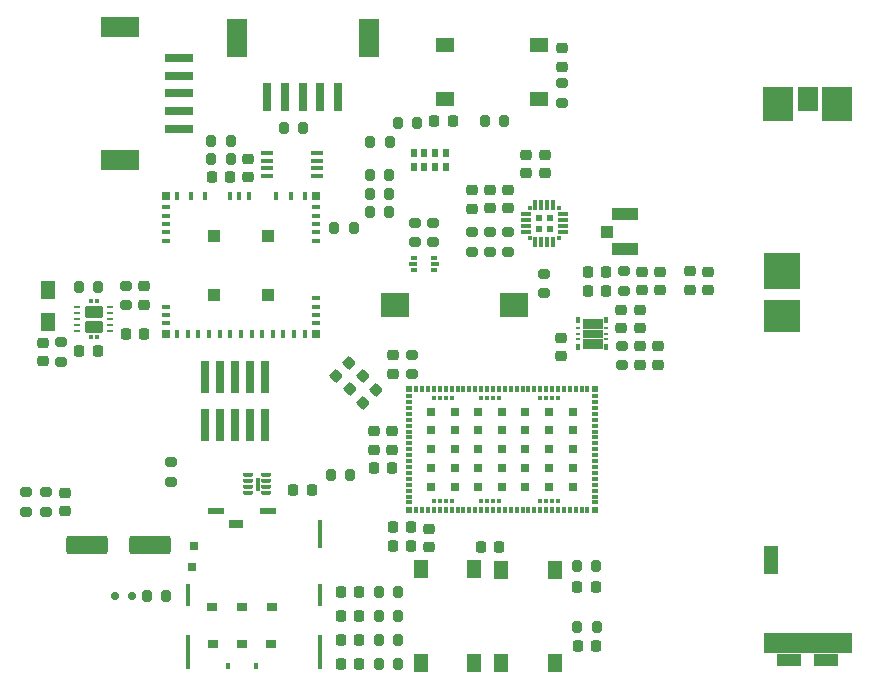
<source format=gtp>
G04 #@! TF.GenerationSoftware,KiCad,Pcbnew,7.0.9*
G04 #@! TF.CreationDate,2024-04-19T14:00:08+02:00*
G04 #@! TF.ProjectId,FishIoT,46697368-496f-4542-9e6b-696361645f70,rev?*
G04 #@! TF.SameCoordinates,Original*
G04 #@! TF.FileFunction,Paste,Top*
G04 #@! TF.FilePolarity,Positive*
%FSLAX46Y46*%
G04 Gerber Fmt 4.6, Leading zero omitted, Abs format (unit mm)*
G04 Created by KiCad (PCBNEW 7.0.9) date 2024-04-19 14:00:08*
%MOMM*%
%LPD*%
G01*
G04 APERTURE LIST*
G04 Aperture macros list*
%AMRoundRect*
0 Rectangle with rounded corners*
0 $1 Rounding radius*
0 $2 $3 $4 $5 $6 $7 $8 $9 X,Y pos of 4 corners*
0 Add a 4 corners polygon primitive as box body*
4,1,4,$2,$3,$4,$5,$6,$7,$8,$9,$2,$3,0*
0 Add four circle primitives for the rounded corners*
1,1,$1+$1,$2,$3*
1,1,$1+$1,$4,$5*
1,1,$1+$1,$6,$7*
1,1,$1+$1,$8,$9*
0 Add four rect primitives between the rounded corners*
20,1,$1+$1,$2,$3,$4,$5,0*
20,1,$1+$1,$4,$5,$6,$7,0*
20,1,$1+$1,$6,$7,$8,$9,0*
20,1,$1+$1,$8,$9,$2,$3,0*%
G04 Aperture macros list end*
%ADD10C,0.010000*%
%ADD11RoundRect,0.250000X-1.500000X-0.550000X1.500000X-0.550000X1.500000X0.550000X-1.500000X0.550000X0*%
%ADD12R,2.400000X2.000000*%
%ADD13RoundRect,0.218750X-0.218750X-0.256250X0.218750X-0.256250X0.218750X0.256250X-0.218750X0.256250X0*%
%ADD14RoundRect,0.225000X-0.250000X0.225000X-0.250000X-0.225000X0.250000X-0.225000X0.250000X0.225000X0*%
%ADD15RoundRect,0.225000X0.225000X0.250000X-0.225000X0.250000X-0.225000X-0.250000X0.225000X-0.250000X0*%
%ADD16RoundRect,0.200000X0.275000X-0.200000X0.275000X0.200000X-0.275000X0.200000X-0.275000X-0.200000X0*%
%ADD17RoundRect,0.200000X-0.275000X0.200000X-0.275000X-0.200000X0.275000X-0.200000X0.275000X0.200000X0*%
%ADD18RoundRect,0.200000X-0.200000X-0.275000X0.200000X-0.275000X0.200000X0.275000X-0.200000X0.275000X0*%
%ADD19RoundRect,0.008100X-0.376900X-0.126900X0.376900X-0.126900X0.376900X0.126900X-0.376900X0.126900X0*%
%ADD20RoundRect,0.218750X0.256250X-0.218750X0.256250X0.218750X-0.256250X0.218750X-0.256250X-0.218750X0*%
%ADD21RoundRect,0.200000X0.200000X0.275000X-0.200000X0.275000X-0.200000X-0.275000X0.200000X-0.275000X0*%
%ADD22R,3.150000X3.100000*%
%ADD23R,3.150000X2.730000*%
%ADD24R,7.500000X1.800000*%
%ADD25R,2.000000X1.100000*%
%ADD26R,1.200000X2.400000*%
%ADD27R,2.500000X2.900000*%
%ADD28R,1.700000X2.100000*%
%ADD29RoundRect,0.225000X0.250000X-0.225000X0.250000X0.225000X-0.250000X0.225000X-0.250000X-0.225000X0*%
%ADD30R,0.900000X0.700000*%
%ADD31R,0.700000X0.700000*%
%ADD32R,1.200000X0.650000*%
%ADD33R,0.450000X2.900000*%
%ADD34R,0.450000X1.900000*%
%ADD35R,0.750000X0.700000*%
%ADD36R,1.400000X0.500000*%
%ADD37R,0.450000X2.400000*%
%ADD38R,0.300000X0.600000*%
%ADD39R,0.400000X0.800000*%
%ADD40R,0.800000X0.400000*%
%ADD41R,0.800000X0.800000*%
%ADD42R,1.000000X1.000000*%
%ADD43R,2.400000X0.800000*%
%ADD44R,3.300000X1.800000*%
%ADD45RoundRect,0.225000X0.017678X-0.335876X0.335876X-0.017678X-0.017678X0.335876X-0.335876X0.017678X0*%
%ADD46RoundRect,0.218750X-0.256250X0.218750X-0.256250X-0.218750X0.256250X-0.218750X0.256250X0.218750X0*%
%ADD47RoundRect,0.150000X0.150000X0.200000X-0.150000X0.200000X-0.150000X-0.200000X0.150000X-0.200000X0*%
%ADD48R,0.500000X0.800000*%
%ADD49R,1.200000X1.500000*%
%ADD50R,1.300000X1.550000*%
%ADD51R,1.100000X0.400000*%
%ADD52RoundRect,0.025000X-0.100000X-0.145000X0.100000X-0.145000X0.100000X0.145000X-0.100000X0.145000X0*%
%ADD53RoundRect,0.106000X-0.644000X-0.424000X0.644000X-0.424000X0.644000X0.424000X-0.644000X0.424000X0*%
%ADD54R,0.600000X0.240000*%
%ADD55R,1.550000X1.300000*%
%ADD56RoundRect,0.225000X-0.225000X-0.250000X0.225000X-0.250000X0.225000X0.250000X-0.225000X0.250000X0*%
%ADD57R,0.800000X2.400000*%
%ADD58R,1.800000X3.300000*%
%ADD59R,0.500000X0.375000*%
%ADD60R,0.650000X0.300000*%
%ADD61R,0.740000X2.795000*%
%ADD62R,1.050000X1.000000*%
%ADD63R,2.200000X1.050000*%
%ADD64R,0.540000X0.540000*%
%ADD65R,0.540000X0.300000*%
%ADD66R,0.300000X0.540000*%
%ADD67R,0.300000X0.300000*%
%ADD68R,0.300000X0.900000*%
%ADD69R,0.900000X0.300000*%
%ADD70R,0.425000X0.515000*%
%ADD71R,0.425000X0.275000*%
G04 APERTURE END LIST*
D10*
X187782200Y-96765000D02*
X187522200Y-96765000D01*
X187522200Y-95685000D01*
X187782200Y-95685000D01*
X187782200Y-96765000D01*
G36*
X187782200Y-96765000D02*
G01*
X187522200Y-96765000D01*
X187522200Y-95685000D01*
X187782200Y-95685000D01*
X187782200Y-96765000D01*
G37*
X216822600Y-84741800D02*
X215272600Y-84741800D01*
X215272600Y-83996800D01*
X216822600Y-83996800D01*
X216822600Y-84741800D01*
G36*
X216822600Y-84741800D02*
G01*
X215272600Y-84741800D01*
X215272600Y-83996800D01*
X216822600Y-83996800D01*
X216822600Y-84741800D01*
G37*
X216822600Y-83826800D02*
X215272600Y-83826800D01*
X215272600Y-83156800D01*
X216822600Y-83156800D01*
X216822600Y-83826800D01*
G36*
X216822600Y-83826800D02*
G01*
X215272600Y-83826800D01*
X215272600Y-83156800D01*
X216822600Y-83156800D01*
X216822600Y-83826800D01*
G37*
X216822600Y-82986800D02*
X215272600Y-82986800D01*
X215272600Y-82241800D01*
X216822600Y-82241800D01*
X216822600Y-82986800D01*
G36*
X216822600Y-82986800D02*
G01*
X215272600Y-82986800D01*
X215272600Y-82241800D01*
X216822600Y-82241800D01*
X216822600Y-82986800D01*
G37*
D11*
X173220400Y-101371400D03*
X178620400Y-101371400D03*
D12*
X209430200Y-81054200D03*
X199330200Y-81054200D03*
D13*
X194727551Y-111506000D03*
X196302551Y-111506000D03*
D14*
X169519600Y-84264200D03*
X169519600Y-85814200D03*
D15*
X216372200Y-109950000D03*
X214822200Y-109950000D03*
D16*
X218541600Y-86169000D03*
X218541600Y-84519000D03*
D17*
X180397200Y-94375000D03*
X180397200Y-96025000D03*
D14*
X207370200Y-71354200D03*
X207370200Y-72904200D03*
D15*
X200672200Y-99900000D03*
X199122200Y-99900000D03*
D18*
X197195200Y-71654200D03*
X198845200Y-71654200D03*
D19*
X186872200Y-95475000D03*
X186872200Y-95975000D03*
X186872200Y-96475000D03*
X186872200Y-96975000D03*
X188432200Y-96975000D03*
X188432200Y-96475000D03*
X188432200Y-95975000D03*
X188432200Y-95475000D03*
D20*
X221742000Y-79832300D03*
X221742000Y-78257300D03*
D16*
X213470200Y-63964200D03*
X213470200Y-62314200D03*
D18*
X197965051Y-107442000D03*
X199615051Y-107442000D03*
D14*
X202197200Y-100025000D03*
X202197200Y-101575000D03*
D16*
X202540921Y-75779200D03*
X202540921Y-74129200D03*
D21*
X208597000Y-65532000D03*
X206947000Y-65532000D03*
D13*
X194727551Y-107442000D03*
X196302551Y-107442000D03*
X194727551Y-109474000D03*
X196302551Y-109474000D03*
D14*
X171373800Y-96989600D03*
X171373800Y-98539600D03*
D13*
X194727551Y-105394340D03*
X196302551Y-105394340D03*
D18*
X197195200Y-73204200D03*
X198845200Y-73204200D03*
X172542600Y-79528000D03*
X174192600Y-79528000D03*
X194170800Y-74523600D03*
X195820800Y-74523600D03*
D22*
X232105200Y-78232000D03*
D23*
X232105200Y-82047000D03*
D24*
X234280200Y-109682000D03*
D25*
X235830200Y-111132000D03*
X232730200Y-111132000D03*
D26*
X231130200Y-102632000D03*
D27*
X236780200Y-64032000D03*
D28*
X234280200Y-63632000D03*
D27*
X231780200Y-64032000D03*
D29*
X199097200Y-93325000D03*
X199097200Y-91775000D03*
D30*
X188823600Y-109790000D03*
X186383600Y-109790000D03*
X183943600Y-109790000D03*
X188923600Y-106620000D03*
X186383600Y-106620000D03*
X183843600Y-106620000D03*
D31*
X182113600Y-103290000D03*
D32*
X185833600Y-99615000D03*
D33*
X181788600Y-110490000D03*
D34*
X181788600Y-105640000D03*
D35*
X182288600Y-101490000D03*
D36*
X184183600Y-98540000D03*
X188583600Y-98540000D03*
D37*
X192938600Y-100490000D03*
D34*
X192938600Y-105640000D03*
D33*
X192938600Y-110490000D03*
D38*
X187603600Y-111640000D03*
X185163600Y-111640000D03*
D15*
X178105400Y-83496200D03*
X176555400Y-83496200D03*
D21*
X216422200Y-108350000D03*
X214772200Y-108350000D03*
D39*
X180883600Y-83566000D03*
X181783600Y-83566000D03*
X182683600Y-83566000D03*
X183583600Y-83566000D03*
X184483600Y-83566000D03*
X185383600Y-83566000D03*
X186283600Y-83566000D03*
X187183600Y-83566000D03*
X188083600Y-83566000D03*
X188983600Y-83566000D03*
X189883600Y-83566000D03*
X190783610Y-83566000D03*
X191683610Y-83566000D03*
D40*
X192633600Y-82616000D03*
X192633600Y-81916000D03*
X192633600Y-81216000D03*
X192633600Y-80516000D03*
X192633600Y-75616000D03*
X192633600Y-74916000D03*
X192633600Y-74216000D03*
X192633600Y-73516000D03*
X192633600Y-72816000D03*
D39*
X191683600Y-71866000D03*
X190483600Y-71866000D03*
X189283600Y-71866000D03*
X186933490Y-71866000D03*
X186133320Y-71866000D03*
X185333490Y-71866000D03*
X183283600Y-71866000D03*
X182083600Y-71866000D03*
X180883600Y-71866000D03*
D40*
X179933590Y-72816000D03*
X179933590Y-73516000D03*
X179933590Y-74216000D03*
X179933590Y-74916000D03*
X179933590Y-75616000D03*
X179933710Y-81216090D03*
X179933710Y-81916090D03*
X179933710Y-82616080D03*
D41*
X179933590Y-83566000D03*
X192633600Y-83566000D03*
X192633600Y-71866000D03*
X179933590Y-71866000D03*
D42*
X183983600Y-75216000D03*
X183983600Y-80216000D03*
X188583600Y-75216000D03*
X188583600Y-80216000D03*
D15*
X200672200Y-101500000D03*
X199122200Y-101500000D03*
D20*
X213360000Y-85420300D03*
X213360000Y-83845300D03*
D14*
X220065600Y-81483200D03*
X220065600Y-83033200D03*
D43*
X181079712Y-66165156D03*
X181079712Y-64665156D03*
X181079712Y-63165156D03*
X181079712Y-61665156D03*
X181079712Y-60165156D03*
D44*
X176029712Y-68765156D03*
X176029712Y-57565156D03*
D15*
X217183000Y-78282800D03*
X215633000Y-78282800D03*
D14*
X212070200Y-68379200D03*
X212070200Y-69929200D03*
D18*
X197965051Y-111506000D03*
X199615051Y-111506000D03*
D45*
X196649192Y-89348008D03*
X197745208Y-88251992D03*
D46*
X205820200Y-71341700D03*
X205820200Y-72916700D03*
D47*
X175626800Y-105740200D03*
X177026800Y-105740200D03*
D48*
X203620200Y-68204200D03*
X202720200Y-68204200D03*
X201820200Y-68204200D03*
X200920200Y-68204200D03*
X200920200Y-69404200D03*
X201820200Y-69404200D03*
X202720200Y-69404200D03*
X203620200Y-69404200D03*
D29*
X186866456Y-70266600D03*
X186866456Y-68716600D03*
D18*
X199545200Y-65654200D03*
X201195200Y-65654200D03*
D49*
X169976800Y-79798000D03*
X169976800Y-82498000D03*
D20*
X225806000Y-79822410D03*
X225806000Y-78247410D03*
D29*
X221589600Y-86119000D03*
X221589600Y-84569000D03*
D50*
X201547200Y-111400000D03*
X201547200Y-103450000D03*
X206047200Y-111400000D03*
X206047200Y-103450000D03*
D46*
X199197200Y-85337500D03*
X199197200Y-86912500D03*
D14*
X208920200Y-71354200D03*
X208920200Y-72904200D03*
D18*
X193872200Y-95500000D03*
X195522200Y-95500000D03*
D51*
X192751600Y-70146600D03*
X192751600Y-69496600D03*
X192751600Y-68846600D03*
X192751600Y-68196600D03*
X188451600Y-68196600D03*
X188451600Y-68846600D03*
X188451600Y-69496600D03*
X188451600Y-70146600D03*
D50*
X212847200Y-103475000D03*
X212847200Y-111425000D03*
X208347200Y-103475000D03*
X208347200Y-111425000D03*
D16*
X218694000Y-79869800D03*
X218694000Y-78219800D03*
X201000200Y-75779200D03*
X201000200Y-74129200D03*
D52*
X173587600Y-80746200D03*
X173587600Y-83806200D03*
D53*
X173837600Y-81646200D03*
X173837600Y-82906200D03*
D52*
X174087600Y-80746200D03*
X174087600Y-83806200D03*
D54*
X172437600Y-81276200D03*
X172437600Y-81776200D03*
X172437600Y-82276200D03*
X172437600Y-82776200D03*
X172437600Y-83276200D03*
X175237600Y-83276200D03*
X175237600Y-82776200D03*
X175237600Y-82276200D03*
X175237600Y-81776200D03*
X175237600Y-81276200D03*
D55*
X211545200Y-63604200D03*
X203595200Y-63604200D03*
X211545200Y-59104200D03*
X203595200Y-59104200D03*
D56*
X183833012Y-70241600D03*
X185383012Y-70241600D03*
D13*
X215632700Y-79857600D03*
X217207700Y-79857600D03*
D18*
X197195200Y-70099200D03*
X198845200Y-70099200D03*
D29*
X178104800Y-81052000D03*
X178104800Y-79502000D03*
D18*
X189927800Y-66071600D03*
X191577800Y-66071600D03*
D57*
X188513200Y-63500000D03*
X190013200Y-63500000D03*
X191513200Y-63500000D03*
X193013200Y-63500000D03*
X194513200Y-63500000D03*
D58*
X185913200Y-58450000D03*
X197113200Y-58450000D03*
D59*
X200920200Y-77079200D03*
D60*
X200845200Y-77616700D03*
D59*
X200920200Y-78154200D03*
X202620200Y-78154200D03*
D60*
X202695200Y-77616700D03*
D59*
X202620200Y-77079200D03*
D17*
X176580800Y-79453000D03*
X176580800Y-81103000D03*
D16*
X200747200Y-86950000D03*
X200747200Y-85300000D03*
D45*
X195501184Y-88196016D03*
X196597200Y-87100000D03*
D21*
X185433012Y-67176745D03*
X183783012Y-67176745D03*
D15*
X208122200Y-101550000D03*
X206572200Y-101550000D03*
D18*
X178315400Y-105740200D03*
X179965400Y-105740200D03*
D17*
X171043600Y-84214200D03*
X171043600Y-85864200D03*
D14*
X220065600Y-84569000D03*
X220065600Y-86119000D03*
D21*
X216372200Y-103200000D03*
X214722200Y-103200000D03*
D46*
X213470200Y-59316700D03*
X213470200Y-60891700D03*
D45*
X194349192Y-87048008D03*
X195445208Y-85951992D03*
D18*
X197965051Y-105394340D03*
X199615051Y-105394340D03*
D16*
X207370200Y-76579200D03*
X207370200Y-74929200D03*
D15*
X192272200Y-96700000D03*
X190722200Y-96700000D03*
D16*
X205820200Y-76579200D03*
X205820200Y-74929200D03*
X208920200Y-76579200D03*
X208920200Y-74929200D03*
D18*
X197965051Y-109474000D03*
X199615051Y-109474000D03*
D29*
X218490800Y-83033200D03*
X218490800Y-81483200D03*
D61*
X188315600Y-87171800D03*
X188315600Y-91236800D03*
X187045600Y-87171800D03*
X187045600Y-91236800D03*
X185775600Y-87171800D03*
X185775600Y-91236800D03*
X184505600Y-87171800D03*
X184505600Y-91236800D03*
X183235600Y-87171800D03*
X183235600Y-91236800D03*
D56*
X202666000Y-65532000D03*
X204216000Y-65532000D03*
D21*
X198895200Y-67259200D03*
X197245200Y-67259200D03*
D17*
X168122600Y-96939600D03*
X168122600Y-98589600D03*
D62*
X217255578Y-74877400D03*
D63*
X218780578Y-73402400D03*
X218780578Y-76352400D03*
D20*
X224282000Y-79807000D03*
X224282000Y-78232000D03*
D64*
X200506000Y-88174000D03*
D65*
X200506000Y-88794000D03*
X200506000Y-89294000D03*
X200506000Y-89794000D03*
X200506000Y-90294000D03*
X200506000Y-90794000D03*
X200506000Y-91294000D03*
X200506000Y-91794000D03*
X200506000Y-92294000D03*
X200506000Y-92794000D03*
X200506000Y-93294000D03*
X200506000Y-93794000D03*
X200506000Y-94294000D03*
X200506000Y-94794000D03*
X200506000Y-95294000D03*
X200506000Y-95794000D03*
X200506000Y-96294000D03*
X200506000Y-96794000D03*
X200506000Y-97294000D03*
X200506000Y-97794000D03*
D64*
X200506000Y-98414000D03*
D66*
X201126000Y-98414000D03*
X201626000Y-98414000D03*
X202126000Y-98414000D03*
X202626000Y-98414000D03*
X203126000Y-98414000D03*
X203626000Y-98414000D03*
X204126000Y-98414000D03*
X204626000Y-98414000D03*
X205126000Y-98414000D03*
X205626000Y-98414000D03*
X206126000Y-98414000D03*
X206626000Y-98414000D03*
X207126000Y-98414000D03*
X207626000Y-98414000D03*
X208126000Y-98414000D03*
X208626000Y-98414000D03*
X209126000Y-98414000D03*
X209626000Y-98414000D03*
X210126000Y-98414000D03*
X210626000Y-98414000D03*
X211126000Y-98414000D03*
X211626000Y-98414000D03*
X212126000Y-98414000D03*
X212626000Y-98414000D03*
X213126000Y-98414000D03*
X213626000Y-98414000D03*
X214126000Y-98414000D03*
X214626000Y-98414000D03*
X215126000Y-98414000D03*
X215626000Y-98414000D03*
D64*
X216246000Y-98414000D03*
D65*
X216246000Y-97794000D03*
X216246000Y-97294000D03*
X216246000Y-96794000D03*
X216246000Y-96294000D03*
X216246000Y-95794000D03*
X216246000Y-95294000D03*
X216246000Y-94794000D03*
X216246000Y-94294000D03*
X216246000Y-93794000D03*
X216246000Y-93294000D03*
X216246000Y-92794000D03*
X216246000Y-92294000D03*
X216246000Y-91794000D03*
X216246000Y-91294000D03*
X216246000Y-90794000D03*
X216246000Y-90294000D03*
X216246000Y-89794000D03*
X216246000Y-89294000D03*
X216246000Y-88794000D03*
D64*
X216246000Y-88174000D03*
D66*
X215626000Y-88174000D03*
X215126000Y-88174000D03*
X214626000Y-88174000D03*
X214126000Y-88174000D03*
X213626000Y-88174000D03*
X213126000Y-88174000D03*
X212626000Y-88174000D03*
X212126000Y-88174000D03*
X211626000Y-88174000D03*
X211126000Y-88174000D03*
X210626000Y-88174000D03*
X210126000Y-88174000D03*
X209626000Y-88174000D03*
X209126000Y-88174000D03*
X208626000Y-88174000D03*
X208126000Y-88174000D03*
X207626000Y-88174000D03*
X207126000Y-88174000D03*
X206626000Y-88174000D03*
X206126000Y-88174000D03*
X205626000Y-88174000D03*
X205126000Y-88174000D03*
X204626000Y-88174000D03*
X204126000Y-88174000D03*
X203626000Y-88174000D03*
X203126000Y-88174000D03*
X202626000Y-88174000D03*
X202126000Y-88174000D03*
X201626000Y-88174000D03*
X201126000Y-88174000D03*
D41*
X202376000Y-90094000D03*
X204376000Y-90094000D03*
X206376000Y-90094000D03*
X208376000Y-90094000D03*
X210376000Y-90094000D03*
X212376000Y-90094000D03*
X214376000Y-90094000D03*
X202376000Y-91694000D03*
X204376000Y-91694000D03*
X206376000Y-91694000D03*
X208376000Y-91694000D03*
X210376000Y-91694000D03*
X212376000Y-91694000D03*
X214376000Y-91694000D03*
X202376000Y-93294000D03*
X204376000Y-93294000D03*
X206376000Y-93294000D03*
X208376000Y-93294000D03*
X210376000Y-93294000D03*
X212376000Y-93294000D03*
X214376000Y-93294000D03*
X202376000Y-94894000D03*
X204376000Y-94894000D03*
X206376000Y-94894000D03*
X208376000Y-94894000D03*
X210376000Y-94894000D03*
X212376000Y-94894000D03*
X214376000Y-94894000D03*
X202376000Y-96494000D03*
X204376000Y-96494000D03*
X206376000Y-96494000D03*
X208376000Y-96494000D03*
X210376000Y-96494000D03*
X212376000Y-96494000D03*
X214376000Y-96494000D03*
D67*
X202626000Y-97644000D03*
X203126000Y-97644000D03*
X203626000Y-97644000D03*
X204126000Y-97644000D03*
X206626000Y-97644000D03*
X207126000Y-97644000D03*
X207626000Y-97644000D03*
X208126000Y-97644000D03*
X211626000Y-97644000D03*
X212126000Y-97644000D03*
X212626000Y-97644000D03*
X213126000Y-97644000D03*
X213126000Y-88944000D03*
X212626000Y-88944000D03*
X212126000Y-88944000D03*
X211626000Y-88944000D03*
X208126000Y-88944000D03*
X207626000Y-88944000D03*
X207126000Y-88944000D03*
X206626000Y-88944000D03*
X204126000Y-88944000D03*
X203626000Y-88944000D03*
X203126000Y-88944000D03*
X202626000Y-88944000D03*
D64*
X212420200Y-73704200D03*
X211520200Y-73704200D03*
X212420200Y-74604200D03*
X211520200Y-74604200D03*
D67*
X213220200Y-72904200D03*
D68*
X212720200Y-72604200D03*
X212220200Y-72604200D03*
X211720200Y-72604200D03*
X211220200Y-72604200D03*
D67*
X210720200Y-72904200D03*
D69*
X210420200Y-73404200D03*
X210420200Y-73904200D03*
X210420200Y-74404200D03*
X210420200Y-74904200D03*
D67*
X210720200Y-75404200D03*
D68*
X211220200Y-75704200D03*
X211720200Y-75704200D03*
X212220200Y-75704200D03*
X212720200Y-75704200D03*
D67*
X213220200Y-75404200D03*
D69*
X213520200Y-74904200D03*
X213520200Y-74404200D03*
X213520200Y-73904200D03*
X213520200Y-73404200D03*
D56*
X197522200Y-94850000D03*
X199072200Y-94850000D03*
D14*
X210450200Y-68379200D03*
X210450200Y-69929200D03*
D18*
X183783012Y-68700745D03*
X185433012Y-68700745D03*
D29*
X197547200Y-93325000D03*
X197547200Y-91775000D03*
D46*
X220218000Y-78257300D03*
X220218000Y-79832300D03*
D16*
X169799000Y-98589600D03*
X169799000Y-96939600D03*
D15*
X216322200Y-104950000D03*
X214772200Y-104950000D03*
X174155400Y-85013800D03*
X172605400Y-85013800D03*
D17*
X211970200Y-78429200D03*
X211970200Y-80079200D03*
D70*
X217235100Y-84635300D03*
D71*
X217235100Y-83991800D03*
X217235100Y-83491800D03*
X217235100Y-82991800D03*
D70*
X217235100Y-82348300D03*
X214860100Y-82348300D03*
D71*
X214860100Y-82991800D03*
X214860100Y-83491800D03*
X214860100Y-83991800D03*
D70*
X214860100Y-84635300D03*
M02*

</source>
